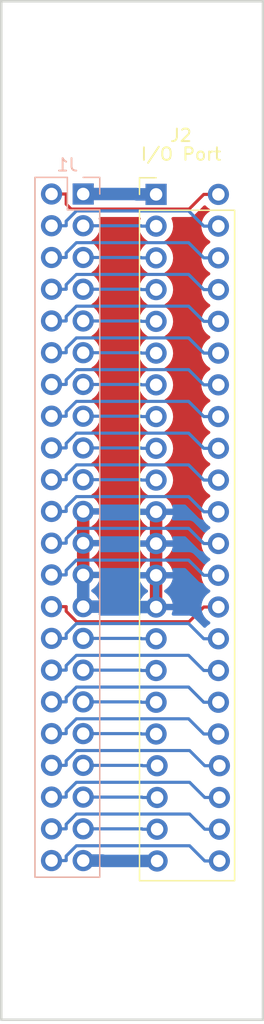
<source format=kicad_pcb>
(kicad_pcb (version 20211014) (generator pcbnew)
  (title_block (date "2022-10-25") (rev "V0.8"))
  (layers (0 "F.Cu" signal) (31 "B.Cu" signal) (34 "B.Paste" user) (35 "F.Paste" user) (36 "B.SilkS" user "B.Silkscreen") (37 "F.SilkS" user "F.Silkscreen") (38 "B.Mask" user) (39 "F.Mask" user) (44 "Edge.Cuts" user))
  (net 0 "")
  (net 1 "+5V")
  (net 2 "SBE")
  (net 3 "~{IO_RESET}")
  (net 4 "~{IO_EXT_INT}")
  (net 5 "IO_A5")
  (net 6 "IO_A10")
  (net 7 "IO_A4")
  (net 8 "IO_A11")
  (net 9 "IO_DBIN")
  (net 10 "IO_A3")
  (net 11 "IO_A12")
  (net 12 "READY_~{HOLD}")
  (net 13 "~{IO_LOAD}")
  (net 14 "IO_A8")
  (net 15 "IO_A13")
  (net 16 "IO_A14")
  (net 17 "IO_A7")
  (net 18 "IO_A9")
  (net 19 "IO_A15-CRUOUT")
  (net 20 "IO_A2")
  (net 21 "GND")
  (net 22 "~{IO_CRUCLK}")
  (net 23 "IO_Ø3")
  (net 24 "~{IO_WE}")
  (net 25 "~{IO_MBE}")
  (net 26 "IO_A6")
  (net 27 "IO_A1")
  (net 28 "IO_A0")
  (net 29 "~{MEMEN}")
  (net 30 "IO_CRUIN")
  (net 31 "D7")
  (net 32 "D4")
  (net 33 "D6")
  (net 34 "D0")
  (net 35 "D5")
  (net 36 "D2")
  (net 37 "D1")
  (net 38 "HOLD{slash}IAQ")
  (net 39 "D3")
  (net 40 "-5V")
  (net 41 "IO_SNDIN")
  (footprint "WernerCustomLibrary:Card_edge_44" (layer "F.Cu") (at 153.825 54.235)
    (fp_text reference "J2" (at 0 -0.5 unlocked) (layer "F.SilkS"))
    (fp_text value "I/O Port" (at 0 1 unlocked) (layer "F.SilkS"))
    (fp_line (start -3.33 5.49) (end -3.33 59.14) (layer "F.SilkS") (width 0.12))
    (fp_line (start -3.33 4.22) (end -3.33 2.89) (layer "F.SilkS") (width 0.12))
    (fp_line (start 4.3 5.49) (end 4.3 59.14) (layer "F.SilkS") (width 0.12))
    (fp_line (start -3.33 5.49) (end 4.3 5.49) (layer "F.SilkS") (width 0.12))
    (fp_line (start -3.33 59.14) (end 4.3 59.14) (layer "F.SilkS") (width 0.12))
    (fp_line (start -3.33 2.89) (end -2 2.89) (layer "F.SilkS") (width 0.12))
    (pad "1" thru_hole rect (at -2 4.22) (size 1.7 1.7) (drill 1) (layers *.Cu *.Mask) (net 1 "+5V"))
    (pad "2" thru_hole oval (at 3 4.22) (size 1.7 1.7) (drill 1) (layers *.Cu *.Mask) (net 2 "SBE"))
    (pad "3" thru_hole oval (at -2 6.76) (size 1.7 1.7) (drill 1) (layers *.Cu *.Mask) (net 3 "~{IO_RESET}"))
    (pad "4" thru_hole oval (at 3 6.76) (size 1.7 1.7) (drill 1) (layers *.Cu *.Mask) (net 4 "~{IO_EXT_INT}"))
    (pad "5" thru_hole oval (at -2 9.3) (size 1.7 1.7) (drill 1) (layers *.Cu *.Mask) (net 5 "IO_A5"))
    (pad "6" thru_hole oval (at 3 9.3) (size 1.7 1.7) (drill 1) (layers *.Cu *.Mask) (net 6 "IO_A10"))
    (pad "7" thru_hole oval (at -2 11.84) (size 1.7 1.7) (drill 1) (layers *.Cu *.Mask) (net 7 "IO_A4"))
    (pad "8" thru_hole oval (at 3 11.84) (size 1.7 1.7) (drill 1) (layers *.Cu *.Mask) (net 8 "IO_A11"))
    (pad "9" thru_hole oval (at -2 14.38) (size 1.7 1.7) (drill 1) (layers *.Cu *.Mask) (net 9 "IO_DBIN"))
    (pad "10" thru_hole oval (at 3 14.38) (size 1.7 1.7) (drill 1) (layers *.Cu *.Mask) (net 10 "IO_A3"))
    (pad "11" thru_hole oval (at -2 16.92) (size 1.7 1.7) (drill 1) (layers *.Cu *.Mask) (net 11 "IO_A12"))
    (pad "12" thru_hole oval (at 3 16.92) (size 1.7 1.7) (drill 1) (layers *.Cu *.Mask) (net 12 "READY_~{HOLD}"))
    (pad "13" thru_hole oval (at -2 19.46) (size 1.7 1.7) (drill 1) (layers *.Cu *.Mask) (net 13 "~{IO_LOAD}"))
    (pad "14" thru_hole oval (at 3 19.46) (size 1.7 1.7) (drill 1) (layers *.Cu *.Mask) (net 14 "IO_A8"))
    (pad "15" thru_hole oval (at -2 22) (size 1.7 1.7) (drill 1) (layers *.Cu *.Mask) (net 15 "IO_A13"))
    (pad "16" thru_hole oval (at 3 22) (size 1.7 1.7) (drill 1) (layers *.Cu *.Mask) (net 16 "IO_A14"))
    (pad "17" thru_hole oval (at -2 24.54) (size 1.7 1.7) (drill 1) (layers *.Cu *.Mask) (net 17 "IO_A7"))
    (pad "18" thru_hole oval (at 3 24.54) (size 1.7 1.7) (drill 1) (layers *.Cu *.Mask) (net 18 "IO_A9"))
    (pad "19" thru_hole oval (at -2 27.08) (size 1.7 1.7) (drill 1) (layers *.Cu *.Mask) (net 19 "IO_A15-CRUOUT"))
    (pad "20" thru_hole oval (at 3 27.08) (size 1.7 1.7) (drill 1) (layers *.Cu *.Mask) (net 20 "IO_A2"))
    (pad "21" thru_hole oval (at -2 29.62) (size 1.7 1.7) (drill 1) (layers *.Cu *.Mask) (net 21 "GND"))
    (pad "22" thru_hole oval (at 3 29.62) (size 1.7 1.7) (drill 1) (layers *.Cu *.Mask) (net 22 "~{IO_CRUCLK}"))
    (pad "23" thru_hole oval (at -2 32.16) (size 1.7 1.7) (drill 1) (layers *.Cu *.Mask) (net 21 "GND"))
    (pad "24" thru_hole oval (at 3 32.16) (size 1.7 1.7) (drill 1) (layers *.Cu *.Mask) (net 23 "IO_Ø3"))
    (pad "25" thru_hole oval (at -2 34.7) (size 1.7 1.7) (drill 1) (layers *.Cu *.Mask) (net 21 "GND"))
    (pad "26" thru_hole oval (at 3 34.7) (size 1.7 1.7) (drill 1) (layers *.Cu *.Mask) (net 24 "~{IO_WE}"))
    (pad "27" thru_hole oval (at -2 37.24) (size 1.7 1.7) (drill 1) (layers *.Cu *.Mask) (net 21 "GND"))
    (pad "28" thru_hole oval (at 3 37.24) (size 1.7 1.7) (drill 1) (layers *.Cu *.Mask) (net 25 "~{IO_MBE}"))
    (pad "29" thru_hole oval (at -2 39.78) (size 1.7 1.7) (drill 1) (layers *.Cu *.Mask) (net 26 "IO_A6"))
    (pad "30" thru_hole oval (at 3 39.78) (size 1.7 1.7) (drill 1) (layers *.Cu *.Mask) (net 27 "IO_A1"))
    (pad "31" thru_hole oval (at -2 42.32) (size 1.7 1.7) (drill 1) (layers *.Cu *.Mask) (net 28 "IO_A0"))
    (pad "32" thru_hole oval (at 3 42.32) (size 1.7 1.7) (drill 1) (layers *.Cu *.Mask) (net 29 "~{MEMEN}"))
    (pad "33" thru_hole oval (at -2 44.86) (size 1.7 1.7) (drill 1) (layers *.Cu *.Mask) (net 30 "IO_CRUIN"))
    (pad "34" thru_hole oval (at 3 44.86) (size 1.7 1.7) (drill 1) (layers *.Cu *.Mask) (net 31 "D7"))
    (pad "35" thru_hole oval (at -2 47.4) (size 1.7 1.7) (drill 1) (layers *.Cu *.Mask) (net 32 "D4"))
    (pad "36" thru_hole oval (at 3 47.4) (size 1.7 1.7) (drill 1) (layers *.Cu *.Mask) (net 33 "D6"))
    (pad "37" thru_hole oval (at -1.92 49.94) (size 1.7 1.7) (drill 1) (layers *.Cu *.Mask) (net 34 "D0"))
    (pad "38" thru_hole oval (at 3.08 49.94) (size 1.7 1.7) (drill 1) (layers *.Cu *.Mask) (net 35 "D5"))
    (pad "39" thru_hole oval (at -1.92 52.48) (size 1.7 1.7) (drill 1) (layers *.Cu *.Mask) (net 36 "D2"))
    (pad "40" thru_hole oval (at 3.08 52.48) (size 1.7 1.7) (drill 1) (layers *.Cu *.Mask) (net 37 "D1"))
    (pad "41" thru_hole oval (at -1.92 55.02) (size 1.7 1.7) (drill 1) (layers *.Cu *.Mask) (net 38 "HOLD{slash}IAQ"))
    (pad "42" thru_hole oval (at 3.08 55.02) (size 1.7 1.7) (drill 1) (layers *.Cu *.Mask) (net 39 "D3"))
    (pad "43" thru_hole oval (at -1.92 57.56) (size 1.7 1.7) (drill 1) (layers *.Cu *.Mask) (net 40 "-5V"))
    (pad "44" thru_hole oval (at 3.08 57.56) (size 1.7 1.7) (drill 1) (layers *.Cu *.Mask) (net 41 "IO_SNDIN"))
  )
  (footprint "MountingHole:MountingHole_3.2mm_M3" (layer "F.Cu") (at 154.2 48.7)
    (fp_text reference "H4" hide)
    (fp_text value "MountingHole")
    (pad "" np_thru_hole circle (at 0 0) (size 3.2 3.2) (drill 3.2) (layers *.Cu *.Mask))
  )
  (footprint "MountingHole:MountingHole_3.2mm_M3" (layer "F.Cu") (at 154.2 119.8)
    (fp_text reference "H3" hide)
    (fp_text value "MountingHole")
    (pad "" np_thru_hole circle (at 0 0) (size 3.2 3.2) (drill 3.2) (layers *.Cu *.Mask))
  )
  (footprint "Connector_PinHeader_2.54mm:PinHeader_2x22_P2.54mm_Vertical" (layer "B.Cu") (at 145.975 58.425 180)
    (fp_text reference "J1" (at 1.27 2.33) (layer "B.SilkS") (effects (justify mirror)))
    (fp_text value "I/O Port")
    (fp_line (start -1.33 -1.27) (end 1.27 -1.27) (layer "B.SilkS") (width 0.12))
    (fp_line (start -1.33 1.33) (end 0 1.33) (layer "B.SilkS") (width 0.12))
    (fp_line (start 1.27 -1.27) (end 1.27 1.33) (layer "B.SilkS") (width 0.12))
    (fp_line (start -1.33 -1.27) (end -1.33 -54.67) (layer "B.SilkS") (width 0.12))
    (fp_line (start 3.87 1.33) (end 3.87 -54.67) (layer "B.SilkS") (width 0.12))
    (fp_line (start -1.33 0) (end -1.33 1.33) (layer "B.SilkS") (width 0.12))
    (fp_line (start 1.27 1.33) (end 3.87 1.33) (layer "B.SilkS") (width 0.12))
    (fp_line (start -1.33 -54.67) (end 3.87 -54.67) (layer "B.SilkS") (width 0.12))
    (pad "1" thru_hole rect (at 0 0 180) (size 1.7 1.7) (drill 1) (layers *.Cu *.Mask) (net 1 "+5V"))
    (pad "2" thru_hole oval (at 2.54 0 180) (size 1.7 1.7) (drill 1) (layers *.Cu *.Mask) (net 2 "SBE"))
    (pad "3" thru_hole oval (at 0 -2.54 180) (size 1.7 1.7) (drill 1) (layers *.Cu *.Mask) (net 3 "~{IO_RESET}"))
    (pad "4" thru_hole oval (at 2.54 -2.54 180) (size 1.7 1.7) (drill 1) (layers *.Cu *.Mask) (net 4 "~{IO_EXT_INT}"))
    (pad "5" thru_hole oval (at 0 -5.08 180) (size 1.7 1.7) (drill 1) (layers *.Cu *.Mask) (net 5 "IO_A5"))
    (pad "6" thru_hole oval (at 2.54 -5.08 180) (size 1.7 1.7) (drill 1) (layers *.Cu *.Mask) (net 6 "IO_A10"))
    (pad "7" thru_hole oval (at 0 -7.62 180) (size 1.7 1.7) (drill 1) (layers *.Cu *.Mask) (net 7 "IO_A4"))
    (pad "8" thru_hole oval (at 2.54 -7.62 180) (size 1.7 1.7) (drill 1) (layers *.Cu *.Mask) (net 8 "IO_A11"))
    (pad "9" thru_hole oval (at 0 -10.16 180) (size 1.7 1.7) (drill 1) (layers *.Cu *.Mask) (net 9 "IO_DBIN"))
    (pad "10" thru_hole oval (at 2.54 -10.16 180) (size 1.7 1.7) (drill 1) (layers *.Cu *.Mask) (net 10 "IO_A3"))
    (pad "11" thru_hole oval (at 0 -12.7 180) (size 1.7 1.7) (drill 1) (layers *.Cu *.Mask) (net 11 "IO_A12"))
    (pad "12" thru_hole oval (at 2.54 -12.7 180) (size 1.7 1.7) (drill 1) (layers *.Cu *.Mask) (net 12 "READY_~{HOLD}"))
    (pad "13" thru_hole oval (at 0 -15.24 180) (size 1.7 1.7) (drill 1) (layers *.Cu *.Mask) (net 13 "~{IO_LOAD}"))
    (pad "14" thru_hole oval (at 2.54 -15.24 180) (size 1.7 1.7) (drill 1) (layers *.Cu *.Mask) (net 14 "IO_A8"))
    (pad "15" thru_hole oval (at 0 -17.78 180) (size 1.7 1.7) (drill 1) (layers *.Cu *.Mask) (net 15 "IO_A13"))
    (pad "16" thru_hole oval (at 2.54 -17.78 180) (size 1.7 1.7) (drill 1) (layers *.Cu *.Mask) (net 16 "IO_A14"))
    (pad "17" thru_hole oval (at 0 -20.32 180) (size 1.7 1.7) (drill 1) (layers *.Cu *.Mask) (net 17 "IO_A7"))
    (pad "18" thru_hole oval (at 2.54 -20.32 180) (size 1.7 1.7) (drill 1) (layers *.Cu *.Mask) (net 18 "IO_A9"))
    (pad "19" thru_hole oval (at 0 -22.86 180) (size 1.7 1.7) (drill 1) (layers *.Cu *.Mask) (net 19 "IO_A15-CRUOUT"))
    (pad "20" thru_hole oval (at 2.54 -22.86 180) (size 1.7 1.7) (drill 1) (layers *.Cu *.Mask) (net 20 "IO_A2"))
    (pad "21" thru_hole oval (at 0 -25.4 180) (size 1.7 1.7) (drill 1) (layers *.Cu *.Mask) (net 21 "GND"))
    (pad "22" thru_hole oval (at 2.54 -25.4 180) (size 1.7 1.7) (drill 1) (layers *.Cu *.Mask) (net 22 "~{IO_CRUCLK}"))
    (pad "23" thru_hole oval (at 0 -27.94 180) (size 1.7 1.7) (drill 1) (layers *.Cu *.Mask) (net 21 "GND"))
    (pad "24" thru_hole oval (at 2.54 -27.94 180) (size 1.7 1.7) (drill 1) (layers *.Cu *.Mask) (net 23 "IO_Ø3"))
    (pad "25" thru_hole oval (at 0 -30.48 180) (size 1.7 1.7) (drill 1) (layers *.Cu *.Mask) (net 21 "GND"))
    (pad "26" thru_hole oval (at 2.54 -30.48 180) (size 1.7 1.7) (drill 1) (layers *.Cu *.Mask) (net 24 "~{IO_WE}"))
    (pad "27" thru_hole oval (at 0 -33.02 180) (size 1.7 1.7) (drill 1) (layers *.Cu *.Mask) (net 21 "GND"))
    (pad "28" thru_hole oval (at 2.54 -33.02 180) (size 1.7 1.7) (drill 1) (layers *.Cu *.Mask) (net 25 "~{IO_MBE}"))
    (pad "29" thru_hole oval (at 0 -35.56 180) (size 1.7 1.7) (drill 1) (layers *.Cu *.Mask) (net 26 "IO_A6"))
    (pad "30" thru_hole oval (at 2.54 -35.56 180) (size 1.7 1.7) (drill 1) (layers *.Cu *.Mask) (net 27 "IO_A1"))
    (pad "31" thru_hole oval (at 0 -38.1 180) (size 1.7 1.7) (drill 1) (layers *.Cu *.Mask) (net 28 "IO_A0"))
    (pad "32" thru_hole oval (at 2.54 -38.1 180) (size 1.7 1.7) (drill 1) (layers *.Cu *.Mask) (net 29 "~{MEMEN}"))
    (pad "33" thru_hole oval (at 0 -40.64 180) (size 1.7 1.7) (drill 1) (layers *.Cu *.Mask) (net 30 "IO_CRUIN"))
    (pad "34" thru_hole oval (at 2.54 -40.64 180) (size 1.7 1.7) (drill 1) (layers *.Cu *.Mask) (net 31 "D7"))
    (pad "35" thru_hole oval (at 0 -43.18 180) (size 1.7 1.7) (drill 1) (layers *.Cu *.Mask) (net 32 "D4"))
    (pad "36" thru_hole oval (at 2.54 -43.18 180) (size 1.7 1.7) (drill 1) (layers *.Cu *.Mask) (net 33 "D6"))
    (pad "37" thru_hole oval (at 0 -45.72 180) (size 1.7 1.7) (drill 1) (layers *.Cu *.Mask) (net 34 "D0"))
    (pad "38" thru_hole oval (at 2.54 -45.72 180) (size 1.7 1.7) (drill 1) (layers *.Cu *.Mask) (net 35 "D5"))
    (pad "39" thru_hole oval (at 0 -48.26 180) (size 1.7 1.7) (drill 1) (layers *.Cu *.Mask) (net 36 "D2"))
    (pad "40" thru_hole oval (at 2.54 -48.26 180) (size 1.7 1.7) (drill 1) (layers *.Cu *.Mask) (net 37 "D1"))
    (pad "41" thru_hole oval (at 0 -50.8 180) (size 1.7 1.7) (drill 1) (layers *.Cu *.Mask) (net 38 "HOLD{slash}IAQ"))
    (pad "42" thru_hole oval (at 2.54 -50.8 180) (size 1.7 1.7) (drill 1) (layers *.Cu *.Mask) (net 39 "D3"))
    (pad "43" thru_hole oval (at 0 -53.34 180) (size 1.7 1.7) (drill 1) (layers *.Cu *.Mask) (net 40 "-5V"))
    (pad "44" thru_hole oval (at 2.54 -53.34 180) (size 1.7 1.7) (drill 1) (layers *.Cu *.Mask) (net 41 "IO_SNDIN"))
  )
  (gr_rect (start 139.4 43) (end 160.4 124.5) (layer "Edge.Cuts") (width 0.2) (fill none))
  (segment (start 150.2447 58.425) (end 150.2747 58.455) (width 1) (layer "B.Cu") (net 1))
  (segment (start 145.975 58.425) (end 150.2447 58.425) (width 1) (layer "B.Cu") (net 1))
  (segment (start 151.825 58.455) (end 150.2747 58.455) (width 1) (layer "B.Cu") (net 1))
  (segment (start 143.435 58.425) (end 144.6103 58.425) (width 0.25) (layer "F.Cu") (net 2))
  (segment (start 144.6103 59.233) (end 145.0076 59.6303) (width 0.25) (layer "F.Cu") (net 2))
  (segment (start 145.0076 59.6303) (end 154.4744 59.6303) (width 0.25) (layer "F.Cu") (net 2))
  (segment (start 156.825 58.455) (end 155.6497 58.455) (width 0.25) (layer "F.Cu") (net 2))
  (segment (start 154.4744 59.6303) (end 155.6497 58.455) (width 0.25) (layer "F.Cu") (net 2))
  (segment (start 144.6103 58.425) (end 144.6103 59.233) (width 0.25) (layer "F.Cu") (net 2))
  (segment (start 151.825 60.995) (end 150.6497 60.995) (width 0.25) (layer "B.Cu") (net 3))
  (segment (start 150.6197 60.965) (end 150.6497 60.995) (width 0.25) (layer "B.Cu") (net 3))
  (segment (start 145.975 60.965) (end 150.6197 60.965) (width 0.25) (layer "B.Cu") (net 3))
  (segment (start 144.6103 60.965) (end 144.6103 60.5977) (width 0.25) (layer "B.Cu") (net 4))
  (segment (start 143.435 60.965) (end 144.6103 60.965) (width 0.25) (layer "B.Cu") (net 4))
  (segment (start 154.4342 59.7795) (end 155.6497 60.995) (width 0.25) (layer "B.Cu") (net 4))
  (segment (start 145.4285 59.7795) (end 154.4342 59.7795) (width 0.25) (layer "B.Cu") (net 4))
  (segment (start 156.825 60.995) (end 155.6497 60.995) (width 0.25) (layer "B.Cu") (net 4))
  (segment (start 144.6103 60.5977) (end 145.4285 59.7795) (width 0.25) (layer "B.Cu") (net 4))
  (segment (start 150.6197 63.505) (end 150.6497 63.535) (width 0.25) (layer "B.Cu") (net 5))
  (segment (start 145.975 63.505) (end 150.6197 63.505) (width 0.25) (layer "B.Cu") (net 5))
  (segment (start 151.825 63.535) (end 150.6497 63.535) (width 0.25) (layer "B.Cu") (net 5))
  (segment (start 145.4285 62.3195) (end 154.4342 62.3195) (width 0.25) (layer "B.Cu") (net 6))
  (segment (start 144.6103 63.1377) (end 145.4285 62.3195) (width 0.25) (layer "B.Cu") (net 6))
  (segment (start 156.825 63.535) (end 155.6497 63.535) (width 0.25) (layer "B.Cu") (net 6))
  (segment (start 154.4342 62.3195) (end 155.6497 63.535) (width 0.25) (layer "B.Cu") (net 6))
  (segment (start 144.6103 63.505) (end 144.6103 63.1377) (width 0.25) (layer "B.Cu") (net 6))
  (segment (start 143.435 63.505) (end 144.6103 63.505) (width 0.25) (layer "B.Cu") (net 6))
  (segment (start 145.975 66.045) (end 150.6197 66.045) (width 0.25) (layer "B.Cu") (net 7))
  (segment (start 150.6197 66.045) (end 150.6497 66.075) (width 0.25) (layer "B.Cu") (net 7))
  (segment (start 151.825 66.075) (end 150.6497 66.075) (width 0.25) (layer "B.Cu") (net 7))
  (segment (start 145.4285 64.8595) (end 154.4342 64.8595) (width 0.25) (layer "B.Cu") (net 8))
  (segment (start 143.435 66.045) (end 144.6103 66.045) (width 0.25) (layer "B.Cu") (net 8))
  (segment (start 144.6103 65.6777) (end 145.4285 64.8595) (width 0.25) (layer "B.Cu") (net 8))
  (segment (start 154.4342 64.8595) (end 155.6497 66.075) (width 0.25) (layer "B.Cu") (net 8))
  (segment (start 144.6103 66.045) (end 144.6103 65.6777) (width 0.25) (layer "B.Cu") (net 8))
  (segment (start 156.825 66.075) (end 155.6497 66.075) (width 0.25) (layer "B.Cu") (net 8))
  (segment (start 151.825 68.615) (end 150.6497 68.615) (width 0.25) (layer "B.Cu") (net 9))
  (segment (start 150.6197 68.585) (end 150.6497 68.615) (width 0.25) (layer "B.Cu") (net 9))
  (segment (start 145.975 68.585) (end 150.6197 68.585) (width 0.25) (layer "B.Cu") (net 9))
  (segment (start 156.825 68.615) (end 155.6497 68.615) (width 0.25) (layer "B.Cu") (net 10))
  (segment (start 144.6103 68.585) (end 144.6103 68.2177) (width 0.25) (layer "B.Cu") (net 10))
  (segment (start 145.4285 67.3995) (end 154.4342 67.3995) (width 0.25) (layer "B.Cu") (net 10))
  (segment (start 154.4342 67.3995) (end 155.6497 68.615) (width 0.25) (layer "B.Cu") (net 10))
  (segment (start 143.435 68.585) (end 144.6103 68.585) (width 0.25) (layer "B.Cu") (net 10))
  (segment (start 144.6103 68.2177) (end 145.4285 67.3995) (width 0.25) (layer "B.Cu") (net 10))
  (segment (start 150.6197 71.125) (end 150.6497 71.155) (width 0.25) (layer "B.Cu") (net 11))
  (segment (start 145.975 71.125) (end 150.6197 71.125) (width 0.25) (layer "B.Cu") (net 11))
  (segment (start 151.825 71.155) (end 150.6497 71.155) (width 0.25) (layer "B.Cu") (net 11))
  (segment (start 143.435 71.125) (end 144.6103 71.125) (width 0.25) (layer "B.Cu") (net 12))
  (segment (start 144.6103 70.7577) (end 145.4285 69.9395) (width 0.25) (layer "B.Cu") (net 12))
  (segment (start 144.6103 71.125) (end 144.6103 70.7577) (width 0.25) (layer "B.Cu") (net 12))
  (segment (start 156.825 71.155) (end 155.6497 71.155) (width 0.25) (layer "B.Cu") (net 12))
  (segment (start 145.4285 69.9395) (end 154.4342 69.9395) (width 0.25) (layer "B.Cu") (net 12))
  (segment (start 154.4342 69.9395) (end 155.6497 71.155) (width 0.25) (layer "B.Cu") (net 12))
  (segment (start 150.6197 73.665) (end 150.6497 73.695) (width 0.25) (layer "B.Cu") (net 13))
  (segment (start 151.825 73.695) (end 150.6497 73.695) (width 0.25) (layer "B.Cu") (net 13))
  (segment (start 145.975 73.665) (end 150.6197 73.665) (width 0.25) (layer "B.Cu") (net 13))
  (segment (start 144.6103 73.665) (end 144.6103 73.2977) (width 0.25) (layer "B.Cu") (net 14))
  (segment (start 143.435 73.665) (end 144.6103 73.665) (width 0.25) (layer "B.Cu") (net 14))
  (segment (start 156.825 73.695) (end 155.6497 73.695) (width 0.25) (layer "B.Cu") (net 14))
  (segment (start 154.4342 72.4795) (end 155.6497 73.695) (width 0.25) (layer "B.Cu") (net 14))
  (segment (start 144.6103 73.2977) (end 145.4285 72.4795) (width 0.25) (layer "B.Cu") (net 14))
  (segment (start 145.4285 72.4795) (end 154.4342 72.4795) (width 0.25) (layer "B.Cu") (net 14))
  (segment (start 151.825 76.235) (end 150.6497 76.235) (width 0.25) (layer "B.Cu") (net 15))
  (segment (start 145.975 76.205) (end 150.6197 76.205) (width 0.25) (layer "B.Cu") (net 15))
  (segment (start 150.6197 76.205) (end 150.6497 76.235) (width 0.25) (layer "B.Cu") (net 15))
  (segment (start 144.6103 76.205) (end 144.6103 75.8377) (width 0.25) (layer "B.Cu") (net 16))
  (segment (start 156.825 76.235) (end 155.6497 76.235) (width 0.25) (layer "B.Cu") (net 16))
  (segment (start 143.435 76.205) (end 144.6103 76.205) (width 0.25) (layer "B.Cu") (net 16))
  (segment (start 154.4342 75.0195) (end 155.6497 76.235) (width 0.25) (layer "B.Cu") (net 16))
  (segment (start 145.4285 75.0195) (end 154.4342 75.0195) (width 0.25) (layer "B.Cu") (net 16))
  (segment (start 144.6103 75.8377) (end 145.4285 75.0195) (width 0.25) (layer "B.Cu") (net 16))
  (segment (start 145.975 78.745) (end 150.6197 78.745) (width 0.25) (layer "B.Cu") (net 17))
  (segment (start 150.6197 78.745) (end 150.6497 78.775) (width 0.25) (layer "B.Cu") (net 17))
  (segment (start 151.825 78.775) (end 150.6497 78.775) (width 0.25) (layer "B.Cu") (net 17))
  (segment (start 144.6103 78.3777) (end 145.4285 77.5595) (width 0.25) (layer "B.Cu") (net 18))
  (segment (start 145.4285 77.5595) (end 154.4342 77.5595) (width 0.25) (layer "B.Cu") (net 18))
  (segment (start 143.435 78.745) (end 144.6103 78.745) (width 0.25) (layer "B.Cu") (net 18))
  (segment (start 154.4342 77.5595) (end 155.6497 78.775) (width 0.25) (layer "B.Cu") (net 18))
  (segment (start 144.6103 78.745) (end 144.6103 78.3777) (width 0.25) (layer "B.Cu") (net 18))
  (segment (start 156.825 78.775) (end 155.6497 78.775) (width 0.25) (layer "B.Cu") (net 18))
  (segment (start 150.6197 81.285) (end 150.6497 81.315) (width 0.25) (layer "B.Cu") (net 19))
  (segment (start 151.825 81.315) (end 150.6497 81.315) (width 0.25) (layer "B.Cu") (net 19))
  (segment (start 145.975 81.285) (end 150.6197 81.285) (width 0.25) (layer "B.Cu") (net 19))
  (segment (start 143.435 81.285) (end 144.6103 81.285) (width 0.25) (layer "B.Cu") (net 20))
  (segment (start 154.4342 80.0995) (end 155.6497 81.315) (width 0.25) (layer "B.Cu") (net 20))
  (segment (start 145.4285 80.0995) (end 154.4342 80.0995) (width 0.25) (layer "B.Cu") (net 20))
  (segment (start 156.825 81.315) (end 155.6497 81.315) (width 0.25) (layer "B.Cu") (net 20))
  (segment (start 144.6103 81.285) (end 144.6103 80.9177) (width 0.25) (layer "B.Cu") (net 20))
  (segment (start 144.6103 80.9177) (end 145.4285 80.0995) (width 0.25) (layer "B.Cu") (net 20))
  (segment (start 145.975 88.905) (end 145.975 86.365) (width 1) (layer "F.Cu") (net 21))
  (segment (start 151.825 86.395) (end 151.825 83.855) (width 1) (layer "F.Cu") (net 21))
  (segment (start 151.825 91.475) (end 151.825 88.935) (width 1) (layer "F.Cu") (net 21))
  (segment (start 151.825 88.935) (end 151.825 86.395) (width 1) (layer "F.Cu") (net 21))
  (segment (start 145.975 86.365) (end 145.975 83.825) (width 1) (layer "F.Cu") (net 21))
  (segment (start 151.825 91.475) (end 150.2747 91.475) (width 1) (layer "B.Cu") (net 21))
  (segment (start 145.975 91.445) (end 150.2447 91.445) (width 1) (layer "B.Cu") (net 21))
  (segment (start 150.2447 91.445) (end 150.2747 91.475) (width 1) (layer "B.Cu") (net 21))
  (segment (start 145.975 88.905) (end 145.975 90.4553) (width 1) (layer "B.Cu") (net 21))
  (segment (start 145.975 91.445) (end 145.975 90.4553) (width 1) (layer "B.Cu") (net 21))
  (segment (start 145.4285 82.6395) (end 154.4342 82.6395) (width 0.25) (layer "B.Cu") (net 22))
  (segment (start 154.4342 82.6395) (end 155.6497 83.855) (width 0.25) (layer "B.Cu") (net 22))
  (segment (start 143.435 83.825) (end 144.6103 83.825) (width 0.25) (layer "B.Cu") (net 22))
  (segment (start 144.6103 83.825) (end 144.6103 83.4577) (width 0.25) (layer "B.Cu") (net 22))
  (segment (start 156.825 83.855) (end 155.6497 83.855) (width 0.25) (layer "B.Cu") (net 22))
  (segment (start 144.6103 83.4577) (end 145.4285 82.6395) (width 0.25) (layer "B.Cu") (net 22))
  (segment (start 144.6103 86.365) (end 144.6103 85.9977) (width 0.25) (layer "B.Cu") (net 23))
  (segment (start 145.4285 85.1795) (end 154.4342 85.1795) (width 0.25) (layer "B.Cu") (net 23))
  (segment (start 156.825 86.395) (end 155.6497 86.395) (width 0.25) (layer "B.Cu") (net 23))
  (segment (start 144.6103 85.9977) (end 145.4285 85.1795) (width 0.25) (layer "B.Cu") (net 23))
  (segment (start 154.4342 85.1795) (end 155.6497 86.395) (width 0.25) (layer "B.Cu") (net 23))
  (segment (start 143.435 86.365) (end 144.6103 86.365) (width 0.25) (layer "B.Cu") (net 23))
  (segment (start 143.435 88.905) (end 144.6103 88.905) (width 0.25) (layer "B.Cu") (net 24))
  (segment (start 154.4342 87.7195) (end 155.6497 88.935) (width 0.25) (layer "B.Cu") (net 24))
  (segment (start 144.6103 88.5377) (end 145.4285 87.7195) (width 0.25) (layer "B.Cu") (net 24))
  (segment (start 145.4285 87.7195) (end 154.4342 87.7195) (width 0.25) (layer "B.Cu") (net 24))
  (segment (start 144.6103 88.905) (end 144.6103 88.5377) (width 0.25) (layer "B.Cu") (net 24))
  (segment (start 156.825 88.935) (end 155.6497 88.935) (width 0.25) (layer "B.Cu") (net 24))
  (segment (start 154.4744 92.6503) (end 155.6497 91.475) (width 0.25) (layer "F.Cu") (net 25))
  (segment (start 143.435 91.445) (end 144.6103 91.445) (width 0.25) (layer "F.Cu") (net 25))
  (segment (start 156.825 91.475) (end 155.6497 91.475) (width 0.25) (layer "F.Cu") (net 25))
  (segment (start 144.6103 91.8123) (end 145.4483 92.6503) (width 0.25) (layer "F.Cu") (net 25))
  (segment (start 145.4483 92.6503) (end 154.4744 92.6503) (width 0.25) (layer "F.Cu") (net 25))
  (segment (start 144.6103 91.445) (end 144.6103 91.8123) (width 0.25) (layer "F.Cu") (net 25))
  (segment (start 145.975 93.985) (end 150.6197 93.985) (width 0.25) (layer "B.Cu") (net 26))
  (segment (start 150.6197 93.985) (end 150.6497 94.015) (width 0.25) (layer "B.Cu") (net 26))
  (segment (start 151.825 94.015) (end 150.6497 94.015) (width 0.25) (layer "B.Cu") (net 26))
  (segment (start 143.435 93.985) (end 144.6103 93.985) (width 0.25) (layer "B.Cu") (net 27))
  (segment (start 145.4285 92.7995) (end 154.4342 92.7995) (width 0.25) (layer "B.Cu") (net 27))
  (segment (start 144.6103 93.985) (end 144.6103 93.6177) (width 0.25) (layer "B.Cu") (net 27))
  (segment (start 144.6103 93.6177) (end 145.4285 92.7995) (width 0.25) (layer "B.Cu") (net 27))
  (segment (start 156.825 94.015) (end 155.6497 94.015) (width 0.25) (layer "B.Cu") (net 27))
  (segment (start 154.4342 92.7995) (end 155.6497 94.015) (width 0.25) (layer "B.Cu") (net 27))
  (segment (start 150.6197 96.525) (end 150.6497 96.555) (width 0.25) (layer "B.Cu") (net 28))
  (segment (start 145.975 96.525) (end 150.6197 96.525) (width 0.25) (layer "B.Cu") (net 28))
  (segment (start 151.825 96.555) (end 150.6497 96.555) (width 0.25) (layer "B.Cu") (net 28))
  (segment (start 143.435 96.525) (end 144.6103 96.525) (width 0.25) (layer "B.Cu") (net 29))
  (segment (start 144.6103 96.525) (end 144.6103 96.1577) (width 0.25) (layer "B.Cu") (net 29))
  (segment (start 154.4342 95.3395) (end 155.6497 96.555) (width 0.25) (layer "B.Cu") (net 29))
  (segment (start 145.4285 95.3395) (end 154.4342 95.3395) (width 0.25) (layer "B.Cu") (net 29))
  (segment (start 144.6103 96.1577) (end 145.4285 95.3395) (width 0.25) (layer "B.Cu") (net 29))
  (segment (start 156.825 96.555) (end 155.6497 96.555) (width 0.25) (layer "B.Cu") (net 29))
  (segment (start 150.6197 99.065) (end 150.6497 99.095) (width 0.25) (layer "B.Cu") (net 30))
  (segment (start 145.975 99.065) (end 150.6197 99.065) (width 0.25) (layer "B.Cu") (net 30))
  (segment (start 151.825 99.095) (end 150.6497 99.095) (width 0.25) (layer "B.Cu") (net 30))
  (segment (start 154.4342 97.8795) (end 155.6497 99.095) (width 0.25) (layer "B.Cu") (net 31))
  (segment (start 145.4285 97.8795) (end 154.4342 97.8795) (width 0.25) (layer "B.Cu") (net 31))
  (segment (start 144.6103 99.065) (end 144.6103 98.6977) (width 0.25) (layer "B.Cu") (net 31))
  (segment (start 143.435 99.065) (end 144.6103 99.065) (width 0.25) (layer "B.Cu") (net 31))
  (segment (start 156.825 99.095) (end 155.6497 99.095) (width 0.25) (layer "B.Cu") (net 31))
  (segment (start 144.6103 98.6977) (end 145.4285 97.8795) (width 0.25) (layer "B.Cu") (net 31))
  (segment (start 150.6197 101.605) (end 150.6497 101.635) (width 0.25) (layer "B.Cu") (net 32))
  (segment (start 145.975 101.605) (end 150.6197 101.605) (width 0.25) (layer "B.Cu") (net 32))
  (segment (start 151.825 101.635) (end 150.6497 101.635) (width 0.25) (layer "B.Cu") (net 32))
  (segment (start 145.429 100.419) (end 154.4337 100.419) (width 0.25) (layer "B.Cu") (net 33))
  (segment (start 143.435 101.605) (end 144.6103 101.605) (width 0.25) (layer "B.Cu") (net 33))
  (segment (start 144.6103 101.2377) (end 145.429 100.419) (width 0.25) (layer "B.Cu") (net 33))
  (segment (start 144.6103 101.605) (end 144.6103 101.2377) (width 0.25) (layer "B.Cu") (net 33))
  (segment (start 154.4337 100.419) (end 155.6497 101.635) (width 0.25) (layer "B.Cu") (net 33))
  (segment (start 156.825 101.635) (end 155.6497 101.635) (width 0.25) (layer "B.Cu") (net 33))
  (segment (start 150.6997 104.145) (end 150.7297 104.175) (width 0.25) (layer "B.Cu") (net 34))
  (segment (start 151.905 104.175) (end 150.7297 104.175) (width 0.25) (layer "B.Cu") (net 34))
  (segment (start 145.975 104.145) (end 150.6997 104.145) (width 0.25) (layer "B.Cu") (net 34))
  (segment (start 144.6103 104.145) (end 144.6103 103.7777) (width 0.25) (layer "B.Cu") (net 35))
  (segment (start 156.905 104.175) (end 155.7297 104.175) (width 0.25) (layer "B.Cu") (net 35))
  (segment (start 144.6103 103.7777) (end 145.4285 102.9595) (width 0.25) (layer "B.Cu") (net 35))
  (segment (start 154.5142 102.9595) (end 155.7297 104.175) (width 0.25) (layer "B.Cu") (net 35))
  (segment (start 143.435 104.145) (end 144.6103 104.145) (width 0.25) (layer "B.Cu") (net 35))
  (segment (start 145.4285 102.9595) (end 154.5142 102.9595) (width 0.25) (layer "B.Cu") (net 35))
  (segment (start 151.905 106.715) (end 150.7297 106.715) (width 0.25) (layer "B.Cu") (net 36))
  (segment (start 145.975 106.685) (end 150.6997 106.685) (width 0.25) (layer "B.Cu") (net 36))
  (segment (start 150.6997 106.685) (end 150.7297 106.715) (width 0.25) (layer "B.Cu") (net 36))
  (segment (start 154.5142 105.4995) (end 155.7297 106.715) (width 0.25) (layer "B.Cu") (net 37))
  (segment (start 144.6103 106.685) (end 144.6103 106.3177) (width 0.25) (layer "B.Cu") (net 37))
  (segment (start 143.435 106.685) (end 144.6103 106.685) (width 0.25) (layer "B.Cu") (net 37))
  (segment (start 156.905 106.715) (end 155.7297 106.715) (width 0.25) (layer "B.Cu") (net 37))
  (segment (start 145.4285 105.4995) (end 154.5142 105.4995) (width 0.25) (layer "B.Cu") (net 37))
  (segment (start 144.6103 106.3177) (end 145.4285 105.4995) (width 0.25) (layer "B.Cu") (net 37))
  (segment (start 145.975 109.225) (end 150.6997 109.225) (width 0.25) (layer "B.Cu") (net 38))
  (segment (start 150.6997 109.225) (end 150.7297 109.255) (width 0.25) (layer "B.Cu") (net 38))
  (segment (start 151.905 109.255) (end 150.7297 109.255) (width 0.25) (layer "B.Cu") (net 38))
  (segment (start 143.435 109.225) (end 144.6103 109.225) (width 0.25) (layer "B.Cu") (net 39))
  (segment (start 156.905 109.255) (end 155.7297 109.255) (width 0.25) (layer "B.Cu") (net 39))
  (segment (start 154.5142 108.0395) (end 155.7297 109.255) (width 0.25) (layer "B.Cu") (net 39))
  (segment (start 144.6103 109.225) (end 144.6103 108.8577) (width 0.25) (layer "B.Cu") (net 39))
  (segment (start 145.4285 108.0395) (end 154.5142 108.0395) (width 0.25) (layer "B.Cu") (net 39))
  (segment (start 144.6103 108.8577) (end 145.4285 108.0395) (width 0.25) (layer "B.Cu") (net 39))
  (segment (start 145.975 111.765) (end 147.5253 111.765) (width 1) (layer "B.Cu") (net 40))
  (segment (start 147.5253 111.765) (end 147.5553 111.795) (width 1) (layer "B.Cu") (net 40))
  (segment (start 147.5553 111.795) (end 151.905 111.795) (width 1) (layer "B.Cu") (net 40))
  (segment (start 156.905 111.795) (end 155.7297 111.795) (width 0.25) (layer "B.Cu") (net 41))
  (segment (start 145.4285 110.5795) (end 154.5142 110.5795) (width 0.25) (layer "B.Cu") (net 41))
  (segment (start 144.6103 111.3977) (end 145.4285 110.5795) (width 0.25) (layer "B.Cu") (net 41))
  (segment (start 143.435 111.765) (end 144.6103 111.765) (width 0.25) (layer "B.Cu") (net 41))
  (segment (start 144.6103 111.765) (end 144.6103 111.3977) (width 0.25) (layer "B.Cu") (net 41))
  (segment (start 154.5142 110.5795) (end 155.7297 111.795) (width 0.25) (layer "B.Cu") (net 41))
  (zone (net 21) (net_name "GND") (layers F&B.Cu) (connect_pads (clearance 0.508)) (min_thickness 0.254) (fill yes (thermal_gap 0.508) (thermal_bridge_width 0.508))
    (polygon (pts (xy 159.1 123.9) (xy 139.9 123.9) (xy 140.6 43.8) (xy 159 43.8)))
  )
)
</source>
